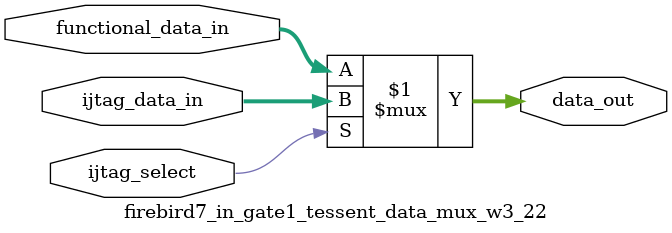
<source format=sv>

module firebird7_in_gate1_tessent_data_mux_w3_22 (
  input wire ijtag_select,
  input wire [2:0]  functional_data_in,
  input wire [2:0]  ijtag_data_in,
  output wire [2:0] data_out
);
assign data_out = (ijtag_select) ? ijtag_data_in : functional_data_in;
endmodule

</source>
